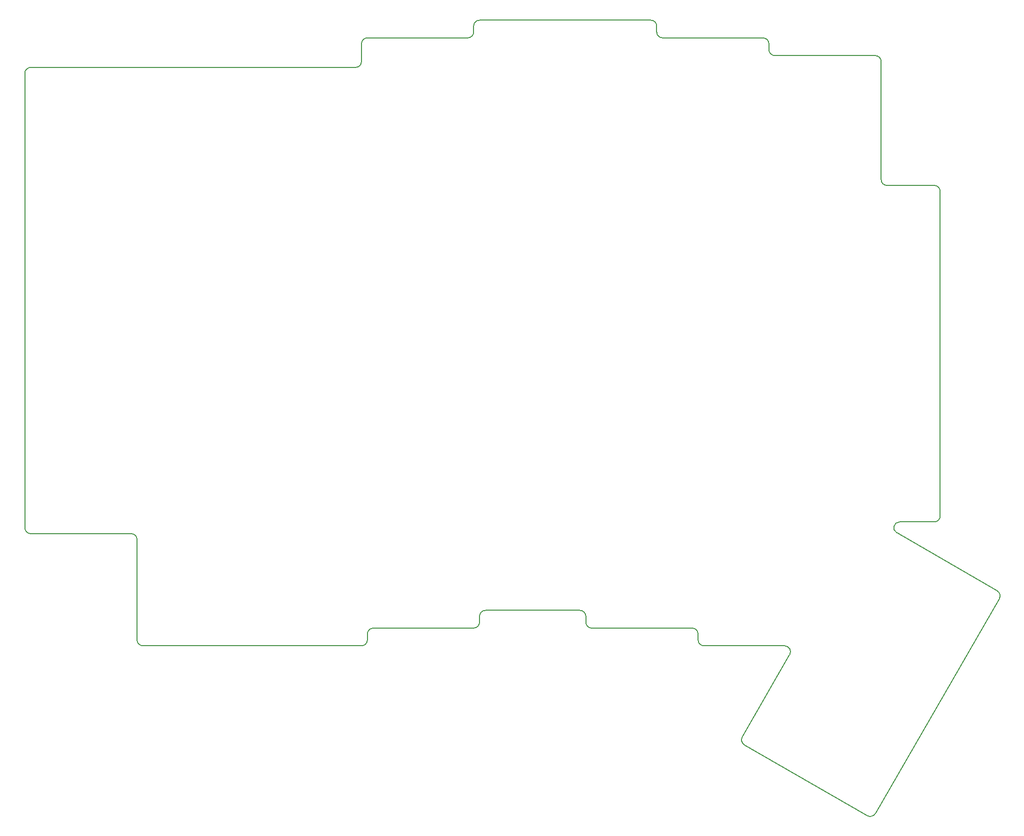
<source format=gbr>
%TF.GenerationSoftware,KiCad,Pcbnew,6.0.2*%
%TF.CreationDate,2022-02-19T14:05:48-05:00*%
%TF.ProjectId,jonkey-v1,6a6f6e6b-6579-42d7-9631-2e6b69636164,v1.0.0*%
%TF.SameCoordinates,Original*%
%TF.FileFunction,Profile,NP*%
%FSLAX46Y46*%
G04 Gerber Fmt 4.6, Leading zero omitted, Abs format (unit mm)*
G04 Created by KiCad (PCBNEW 6.0.2) date 2022-02-19 14:05:48*
%MOMM*%
%LPD*%
G01*
G04 APERTURE LIST*
%TA.AperFunction,Profile*%
%ADD10C,0.150000*%
%TD*%
G04 APERTURE END LIST*
D10*
X56020000Y-114780000D02*
X73020000Y-114780000D01*
X55020000Y-113780000D02*
X55020000Y-36780000D01*
X56020000Y-35780000D02*
X111020000Y-35780000D01*
X113020000Y-30780000D02*
X130020000Y-30780000D01*
X112020000Y-34780000D02*
X112020000Y-31780000D01*
X132020000Y-27780000D02*
X161020000Y-27780000D01*
X162020000Y-28780000D02*
X162020000Y-29780000D01*
X131020000Y-29780000D02*
X131020000Y-28780000D01*
X163020000Y-30780000D02*
X180020000Y-30780000D01*
X181020000Y-31780000D02*
X181020000Y-32780000D01*
X210020000Y-111780000D02*
X210020000Y-56780000D01*
X209020000Y-112780000D02*
X203173212Y-112780000D01*
X201020000Y-55780000D02*
X209020000Y-55780000D01*
X182020000Y-33780000D02*
X199020000Y-33780000D01*
X200020000Y-54780000D02*
X200020000Y-34780000D01*
X151020000Y-130780000D02*
X168020000Y-130780000D01*
X150020000Y-129780000D02*
X150020000Y-128780000D01*
X170020000Y-133780000D02*
X183678766Y-133780000D01*
X169020000Y-132780000D02*
X169020000Y-131780000D01*
X202673212Y-114646025D02*
X219662305Y-124454683D01*
X209528330Y-144007241D02*
X220028330Y-125820708D01*
X199028330Y-162193775D02*
X209528330Y-144007241D01*
X176877695Y-150559800D02*
X197662305Y-162559800D01*
X176511670Y-149193775D02*
X184544791Y-135280000D01*
X75020000Y-133780000D02*
X112020000Y-133780000D01*
X74020000Y-132780000D02*
X74020000Y-115780000D01*
X113020000Y-131780000D02*
X113020000Y-132780000D01*
X132020000Y-128780000D02*
X132020000Y-129780000D01*
X114020000Y-130780000D02*
X131020000Y-130780000D01*
X133020000Y-127780000D02*
X149020000Y-127780000D01*
X74020000Y-115780000D02*
G75*
G03*
X73020000Y-114780000I-1000000J0D01*
G01*
X74020000Y-132780000D02*
G75*
G03*
X75020000Y-133780000I1000000J0D01*
G01*
X112020000Y-133780000D02*
G75*
G03*
X113020000Y-132780000I0J1000000D01*
G01*
X114020000Y-130780000D02*
G75*
G03*
X113020000Y-131780000I0J-1000000D01*
G01*
X131020000Y-130780000D02*
G75*
G03*
X132020000Y-129780000I0J1000000D01*
G01*
X133020000Y-127780000D02*
G75*
G03*
X132020000Y-128780000I0J-1000000D01*
G01*
X150020000Y-128780000D02*
G75*
G03*
X149020000Y-127780000I-1000000J0D01*
G01*
X150020000Y-129780000D02*
G75*
G03*
X151020000Y-130780000I1000000J0D01*
G01*
X169020000Y-131780000D02*
G75*
G03*
X168020000Y-130780000I-1000000J0D01*
G01*
X169020000Y-132780000D02*
G75*
G03*
X170020000Y-133780000I1000000J0D01*
G01*
X184544791Y-135280000D02*
G75*
G03*
X183678766Y-133780000I-866025J500000D01*
G01*
X176511670Y-149193775D02*
G75*
G03*
X176877695Y-150559800I866025J-500000D01*
G01*
X197662305Y-162559800D02*
G75*
G03*
X199028330Y-162193775I500000J866025D01*
G01*
X220028330Y-125820708D02*
G75*
G03*
X219662305Y-124454683I-866025J500000D01*
G01*
X203173212Y-112780000D02*
G75*
G03*
X202673212Y-114646025I0J-1000000D01*
G01*
X209020000Y-112780000D02*
G75*
G03*
X210020000Y-111780000I0J1000000D01*
G01*
X210020000Y-56780000D02*
G75*
G03*
X209020000Y-55780000I-1000000J0D01*
G01*
X200020000Y-54780000D02*
G75*
G03*
X201020000Y-55780000I1000000J0D01*
G01*
X200020000Y-34780000D02*
G75*
G03*
X199020000Y-33780000I-1000000J0D01*
G01*
X181020000Y-32780000D02*
G75*
G03*
X182020000Y-33780000I1000000J0D01*
G01*
X181020000Y-31780000D02*
G75*
G03*
X180020000Y-30780000I-1000000J0D01*
G01*
X162020000Y-29780000D02*
G75*
G03*
X163020000Y-30780000I1000000J0D01*
G01*
X162020000Y-28780000D02*
G75*
G03*
X161020000Y-27780000I-1000000J0D01*
G01*
X132020000Y-27780000D02*
G75*
G03*
X131020000Y-28780000I0J-1000000D01*
G01*
X130020000Y-30780000D02*
G75*
G03*
X131020000Y-29780000I0J1000000D01*
G01*
X113020000Y-30780000D02*
G75*
G03*
X112020000Y-31780000I0J-1000000D01*
G01*
X111020000Y-35780000D02*
G75*
G03*
X112020000Y-34780000I0J1000000D01*
G01*
X56020000Y-35780000D02*
G75*
G03*
X55020000Y-36780000I0J-1000000D01*
G01*
X55020000Y-113780000D02*
G75*
G03*
X56020000Y-114780000I1000000J0D01*
G01*
M02*

</source>
